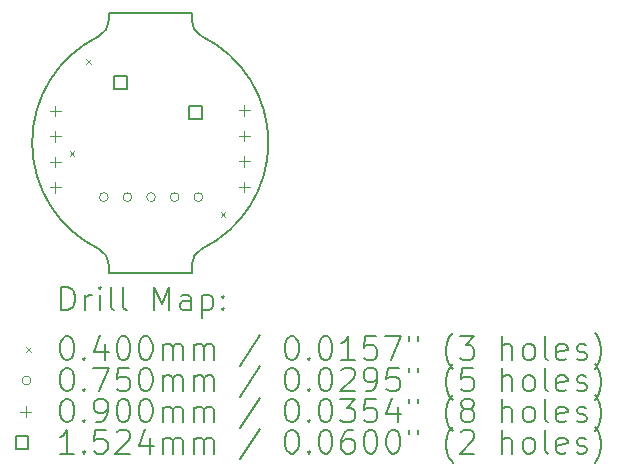
<source format=gbr>
%TF.GenerationSoftware,KiCad,Pcbnew,(6.0.9)*%
%TF.CreationDate,2023-06-19T17:18:24-04:00*%
%TF.ProjectId,ckc-mx,636b632d-6d78-42e6-9b69-6361645f7063,rev?*%
%TF.SameCoordinates,Original*%
%TF.FileFunction,Drillmap*%
%TF.FilePolarity,Positive*%
%FSLAX45Y45*%
G04 Gerber Fmt 4.5, Leading zero omitted, Abs format (unit mm)*
G04 Created by KiCad (PCBNEW (6.0.9)) date 2023-06-19 17:18:24*
%MOMM*%
%LPD*%
G01*
G04 APERTURE LIST*
%ADD10C,0.200000*%
%ADD11C,0.040000*%
%ADD12C,0.075000*%
%ADD13C,0.090000*%
%ADD14C,0.152400*%
G04 APERTURE END LIST*
D10*
X14405896Y-5688775D02*
G75*
G03*
X14405896Y-7487475I437229J-899350D01*
G01*
X15193125Y-5549376D02*
X15193125Y-5488125D01*
X14493125Y-5488125D02*
X14493125Y-5549376D01*
X15193132Y-5549376D02*
G75*
G03*
X15280354Y-5688775I154998J-4D01*
G01*
X15193125Y-7688125D02*
X15193125Y-7626874D01*
X14493125Y-7626874D02*
X14493125Y-7688125D01*
X14493125Y-7688125D02*
X15193125Y-7688125D01*
X14405896Y-5688776D02*
G75*
G03*
X14493125Y-5549376I-67766J139396D01*
G01*
X15280355Y-7487477D02*
G75*
G03*
X15193125Y-7626874I67775J-139403D01*
G01*
X14493124Y-7626874D02*
G75*
G03*
X14405896Y-7487475I-154994J4D01*
G01*
X15193125Y-5488125D02*
X14493125Y-5488125D01*
X15280354Y-7487475D02*
G75*
G03*
X15280354Y-5688775I-437229J899350D01*
G01*
D11*
X14160633Y-6659350D02*
X14200633Y-6699350D01*
X14200633Y-6659350D02*
X14160633Y-6699350D01*
X14300000Y-5880000D02*
X14340000Y-5920000D01*
X14340000Y-5880000D02*
X14300000Y-5920000D01*
X15440000Y-7180000D02*
X15480000Y-7220000D01*
X15480000Y-7180000D02*
X15440000Y-7220000D01*
D12*
X14487500Y-7050000D02*
G75*
G03*
X14487500Y-7050000I-37500J0D01*
G01*
X14687500Y-7050000D02*
G75*
G03*
X14687500Y-7050000I-37500J0D01*
G01*
X14887500Y-7050000D02*
G75*
G03*
X14887500Y-7050000I-37500J0D01*
G01*
X15087500Y-7050000D02*
G75*
G03*
X15087500Y-7050000I-37500J0D01*
G01*
X15287500Y-7050000D02*
G75*
G03*
X15287500Y-7050000I-37500J0D01*
G01*
D13*
X14040000Y-6275000D02*
X14040000Y-6365000D01*
X13995000Y-6320000D02*
X14085000Y-6320000D01*
X14040000Y-6490900D02*
X14040000Y-6580900D01*
X13995000Y-6535900D02*
X14085000Y-6535900D01*
X14040000Y-6706800D02*
X14040000Y-6796800D01*
X13995000Y-6751800D02*
X14085000Y-6751800D01*
X14040000Y-6922700D02*
X14040000Y-7012700D01*
X13995000Y-6967700D02*
X14085000Y-6967700D01*
X15640000Y-6271000D02*
X15640000Y-6361000D01*
X15595000Y-6316000D02*
X15685000Y-6316000D01*
X15640000Y-6486900D02*
X15640000Y-6576900D01*
X15595000Y-6531900D02*
X15685000Y-6531900D01*
X15640000Y-6702800D02*
X15640000Y-6792800D01*
X15595000Y-6747800D02*
X15685000Y-6747800D01*
X15640000Y-6918700D02*
X15640000Y-7008700D01*
X15595000Y-6963700D02*
X15685000Y-6963700D01*
D14*
X14643007Y-6134007D02*
X14643007Y-6026243D01*
X14535243Y-6026243D01*
X14535243Y-6134007D01*
X14643007Y-6134007D01*
X15278007Y-6388007D02*
X15278007Y-6280243D01*
X15170243Y-6280243D01*
X15170243Y-6388007D01*
X15278007Y-6388007D01*
D10*
X14090744Y-8008601D02*
X14090744Y-7808601D01*
X14138363Y-7808601D01*
X14166934Y-7818125D01*
X14185982Y-7837173D01*
X14195506Y-7856220D01*
X14205030Y-7894315D01*
X14205030Y-7922887D01*
X14195506Y-7960982D01*
X14185982Y-7980030D01*
X14166934Y-7999077D01*
X14138363Y-8008601D01*
X14090744Y-8008601D01*
X14290744Y-8008601D02*
X14290744Y-7875268D01*
X14290744Y-7913363D02*
X14300268Y-7894315D01*
X14309792Y-7884792D01*
X14328839Y-7875268D01*
X14347887Y-7875268D01*
X14414553Y-8008601D02*
X14414553Y-7875268D01*
X14414553Y-7808601D02*
X14405030Y-7818125D01*
X14414553Y-7827649D01*
X14424077Y-7818125D01*
X14414553Y-7808601D01*
X14414553Y-7827649D01*
X14538363Y-8008601D02*
X14519315Y-7999077D01*
X14509792Y-7980030D01*
X14509792Y-7808601D01*
X14643125Y-8008601D02*
X14624077Y-7999077D01*
X14614553Y-7980030D01*
X14614553Y-7808601D01*
X14871696Y-8008601D02*
X14871696Y-7808601D01*
X14938363Y-7951458D01*
X15005030Y-7808601D01*
X15005030Y-8008601D01*
X15185982Y-8008601D02*
X15185982Y-7903839D01*
X15176458Y-7884792D01*
X15157411Y-7875268D01*
X15119315Y-7875268D01*
X15100268Y-7884792D01*
X15185982Y-7999077D02*
X15166934Y-8008601D01*
X15119315Y-8008601D01*
X15100268Y-7999077D01*
X15090744Y-7980030D01*
X15090744Y-7960982D01*
X15100268Y-7941934D01*
X15119315Y-7932411D01*
X15166934Y-7932411D01*
X15185982Y-7922887D01*
X15281220Y-7875268D02*
X15281220Y-8075268D01*
X15281220Y-7884792D02*
X15300268Y-7875268D01*
X15338363Y-7875268D01*
X15357411Y-7884792D01*
X15366934Y-7894315D01*
X15376458Y-7913363D01*
X15376458Y-7970506D01*
X15366934Y-7989553D01*
X15357411Y-7999077D01*
X15338363Y-8008601D01*
X15300268Y-8008601D01*
X15281220Y-7999077D01*
X15462173Y-7989553D02*
X15471696Y-7999077D01*
X15462173Y-8008601D01*
X15452649Y-7999077D01*
X15462173Y-7989553D01*
X15462173Y-8008601D01*
X15462173Y-7884792D02*
X15471696Y-7894315D01*
X15462173Y-7903839D01*
X15452649Y-7894315D01*
X15462173Y-7884792D01*
X15462173Y-7903839D01*
D11*
X13793125Y-8318125D02*
X13833125Y-8358125D01*
X13833125Y-8318125D02*
X13793125Y-8358125D01*
D10*
X14128839Y-8228601D02*
X14147887Y-8228601D01*
X14166934Y-8238125D01*
X14176458Y-8247649D01*
X14185982Y-8266696D01*
X14195506Y-8304792D01*
X14195506Y-8352411D01*
X14185982Y-8390506D01*
X14176458Y-8409554D01*
X14166934Y-8419077D01*
X14147887Y-8428601D01*
X14128839Y-8428601D01*
X14109792Y-8419077D01*
X14100268Y-8409554D01*
X14090744Y-8390506D01*
X14081220Y-8352411D01*
X14081220Y-8304792D01*
X14090744Y-8266696D01*
X14100268Y-8247649D01*
X14109792Y-8238125D01*
X14128839Y-8228601D01*
X14281220Y-8409554D02*
X14290744Y-8419077D01*
X14281220Y-8428601D01*
X14271696Y-8419077D01*
X14281220Y-8409554D01*
X14281220Y-8428601D01*
X14462173Y-8295268D02*
X14462173Y-8428601D01*
X14414553Y-8219077D02*
X14366934Y-8361934D01*
X14490744Y-8361934D01*
X14605030Y-8228601D02*
X14624077Y-8228601D01*
X14643125Y-8238125D01*
X14652649Y-8247649D01*
X14662173Y-8266696D01*
X14671696Y-8304792D01*
X14671696Y-8352411D01*
X14662173Y-8390506D01*
X14652649Y-8409554D01*
X14643125Y-8419077D01*
X14624077Y-8428601D01*
X14605030Y-8428601D01*
X14585982Y-8419077D01*
X14576458Y-8409554D01*
X14566934Y-8390506D01*
X14557411Y-8352411D01*
X14557411Y-8304792D01*
X14566934Y-8266696D01*
X14576458Y-8247649D01*
X14585982Y-8238125D01*
X14605030Y-8228601D01*
X14795506Y-8228601D02*
X14814553Y-8228601D01*
X14833601Y-8238125D01*
X14843125Y-8247649D01*
X14852649Y-8266696D01*
X14862173Y-8304792D01*
X14862173Y-8352411D01*
X14852649Y-8390506D01*
X14843125Y-8409554D01*
X14833601Y-8419077D01*
X14814553Y-8428601D01*
X14795506Y-8428601D01*
X14776458Y-8419077D01*
X14766934Y-8409554D01*
X14757411Y-8390506D01*
X14747887Y-8352411D01*
X14747887Y-8304792D01*
X14757411Y-8266696D01*
X14766934Y-8247649D01*
X14776458Y-8238125D01*
X14795506Y-8228601D01*
X14947887Y-8428601D02*
X14947887Y-8295268D01*
X14947887Y-8314315D02*
X14957411Y-8304792D01*
X14976458Y-8295268D01*
X15005030Y-8295268D01*
X15024077Y-8304792D01*
X15033601Y-8323839D01*
X15033601Y-8428601D01*
X15033601Y-8323839D02*
X15043125Y-8304792D01*
X15062173Y-8295268D01*
X15090744Y-8295268D01*
X15109792Y-8304792D01*
X15119315Y-8323839D01*
X15119315Y-8428601D01*
X15214553Y-8428601D02*
X15214553Y-8295268D01*
X15214553Y-8314315D02*
X15224077Y-8304792D01*
X15243125Y-8295268D01*
X15271696Y-8295268D01*
X15290744Y-8304792D01*
X15300268Y-8323839D01*
X15300268Y-8428601D01*
X15300268Y-8323839D02*
X15309792Y-8304792D01*
X15328839Y-8295268D01*
X15357411Y-8295268D01*
X15376458Y-8304792D01*
X15385982Y-8323839D01*
X15385982Y-8428601D01*
X15776458Y-8219077D02*
X15605030Y-8476220D01*
X16033601Y-8228601D02*
X16052649Y-8228601D01*
X16071696Y-8238125D01*
X16081220Y-8247649D01*
X16090744Y-8266696D01*
X16100268Y-8304792D01*
X16100268Y-8352411D01*
X16090744Y-8390506D01*
X16081220Y-8409554D01*
X16071696Y-8419077D01*
X16052649Y-8428601D01*
X16033601Y-8428601D01*
X16014553Y-8419077D01*
X16005030Y-8409554D01*
X15995506Y-8390506D01*
X15985982Y-8352411D01*
X15985982Y-8304792D01*
X15995506Y-8266696D01*
X16005030Y-8247649D01*
X16014553Y-8238125D01*
X16033601Y-8228601D01*
X16185982Y-8409554D02*
X16195506Y-8419077D01*
X16185982Y-8428601D01*
X16176458Y-8419077D01*
X16185982Y-8409554D01*
X16185982Y-8428601D01*
X16319315Y-8228601D02*
X16338363Y-8228601D01*
X16357411Y-8238125D01*
X16366934Y-8247649D01*
X16376458Y-8266696D01*
X16385982Y-8304792D01*
X16385982Y-8352411D01*
X16376458Y-8390506D01*
X16366934Y-8409554D01*
X16357411Y-8419077D01*
X16338363Y-8428601D01*
X16319315Y-8428601D01*
X16300268Y-8419077D01*
X16290744Y-8409554D01*
X16281220Y-8390506D01*
X16271696Y-8352411D01*
X16271696Y-8304792D01*
X16281220Y-8266696D01*
X16290744Y-8247649D01*
X16300268Y-8238125D01*
X16319315Y-8228601D01*
X16576458Y-8428601D02*
X16462173Y-8428601D01*
X16519315Y-8428601D02*
X16519315Y-8228601D01*
X16500268Y-8257173D01*
X16481220Y-8276220D01*
X16462173Y-8285744D01*
X16757411Y-8228601D02*
X16662173Y-8228601D01*
X16652649Y-8323839D01*
X16662173Y-8314315D01*
X16681220Y-8304792D01*
X16728839Y-8304792D01*
X16747887Y-8314315D01*
X16757411Y-8323839D01*
X16766934Y-8342887D01*
X16766934Y-8390506D01*
X16757411Y-8409554D01*
X16747887Y-8419077D01*
X16728839Y-8428601D01*
X16681220Y-8428601D01*
X16662173Y-8419077D01*
X16652649Y-8409554D01*
X16833601Y-8228601D02*
X16966935Y-8228601D01*
X16881220Y-8428601D01*
X17033601Y-8228601D02*
X17033601Y-8266696D01*
X17109792Y-8228601D02*
X17109792Y-8266696D01*
X17405030Y-8504792D02*
X17395506Y-8495268D01*
X17376458Y-8466696D01*
X17366935Y-8447649D01*
X17357411Y-8419077D01*
X17347887Y-8371458D01*
X17347887Y-8333363D01*
X17357411Y-8285744D01*
X17366935Y-8257173D01*
X17376458Y-8238125D01*
X17395506Y-8209553D01*
X17405030Y-8200030D01*
X17462173Y-8228601D02*
X17585982Y-8228601D01*
X17519315Y-8304792D01*
X17547887Y-8304792D01*
X17566935Y-8314315D01*
X17576458Y-8323839D01*
X17585982Y-8342887D01*
X17585982Y-8390506D01*
X17576458Y-8409554D01*
X17566935Y-8419077D01*
X17547887Y-8428601D01*
X17490744Y-8428601D01*
X17471696Y-8419077D01*
X17462173Y-8409554D01*
X17824077Y-8428601D02*
X17824077Y-8228601D01*
X17909792Y-8428601D02*
X17909792Y-8323839D01*
X17900268Y-8304792D01*
X17881220Y-8295268D01*
X17852649Y-8295268D01*
X17833601Y-8304792D01*
X17824077Y-8314315D01*
X18033601Y-8428601D02*
X18014554Y-8419077D01*
X18005030Y-8409554D01*
X17995506Y-8390506D01*
X17995506Y-8333363D01*
X18005030Y-8314315D01*
X18014554Y-8304792D01*
X18033601Y-8295268D01*
X18062173Y-8295268D01*
X18081220Y-8304792D01*
X18090744Y-8314315D01*
X18100268Y-8333363D01*
X18100268Y-8390506D01*
X18090744Y-8409554D01*
X18081220Y-8419077D01*
X18062173Y-8428601D01*
X18033601Y-8428601D01*
X18214554Y-8428601D02*
X18195506Y-8419077D01*
X18185982Y-8400030D01*
X18185982Y-8228601D01*
X18366935Y-8419077D02*
X18347887Y-8428601D01*
X18309792Y-8428601D01*
X18290744Y-8419077D01*
X18281220Y-8400030D01*
X18281220Y-8323839D01*
X18290744Y-8304792D01*
X18309792Y-8295268D01*
X18347887Y-8295268D01*
X18366935Y-8304792D01*
X18376458Y-8323839D01*
X18376458Y-8342887D01*
X18281220Y-8361934D01*
X18452649Y-8419077D02*
X18471696Y-8428601D01*
X18509792Y-8428601D01*
X18528839Y-8419077D01*
X18538363Y-8400030D01*
X18538363Y-8390506D01*
X18528839Y-8371458D01*
X18509792Y-8361934D01*
X18481220Y-8361934D01*
X18462173Y-8352411D01*
X18452649Y-8333363D01*
X18452649Y-8323839D01*
X18462173Y-8304792D01*
X18481220Y-8295268D01*
X18509792Y-8295268D01*
X18528839Y-8304792D01*
X18605030Y-8504792D02*
X18614554Y-8495268D01*
X18633601Y-8466696D01*
X18643125Y-8447649D01*
X18652649Y-8419077D01*
X18662173Y-8371458D01*
X18662173Y-8333363D01*
X18652649Y-8285744D01*
X18643125Y-8257173D01*
X18633601Y-8238125D01*
X18614554Y-8209553D01*
X18605030Y-8200030D01*
D12*
X13833125Y-8602125D02*
G75*
G03*
X13833125Y-8602125I-37500J0D01*
G01*
D10*
X14128839Y-8492601D02*
X14147887Y-8492601D01*
X14166934Y-8502125D01*
X14176458Y-8511649D01*
X14185982Y-8530696D01*
X14195506Y-8568792D01*
X14195506Y-8616411D01*
X14185982Y-8654506D01*
X14176458Y-8673554D01*
X14166934Y-8683077D01*
X14147887Y-8692601D01*
X14128839Y-8692601D01*
X14109792Y-8683077D01*
X14100268Y-8673554D01*
X14090744Y-8654506D01*
X14081220Y-8616411D01*
X14081220Y-8568792D01*
X14090744Y-8530696D01*
X14100268Y-8511649D01*
X14109792Y-8502125D01*
X14128839Y-8492601D01*
X14281220Y-8673554D02*
X14290744Y-8683077D01*
X14281220Y-8692601D01*
X14271696Y-8683077D01*
X14281220Y-8673554D01*
X14281220Y-8692601D01*
X14357411Y-8492601D02*
X14490744Y-8492601D01*
X14405030Y-8692601D01*
X14662173Y-8492601D02*
X14566934Y-8492601D01*
X14557411Y-8587839D01*
X14566934Y-8578315D01*
X14585982Y-8568792D01*
X14633601Y-8568792D01*
X14652649Y-8578315D01*
X14662173Y-8587839D01*
X14671696Y-8606887D01*
X14671696Y-8654506D01*
X14662173Y-8673554D01*
X14652649Y-8683077D01*
X14633601Y-8692601D01*
X14585982Y-8692601D01*
X14566934Y-8683077D01*
X14557411Y-8673554D01*
X14795506Y-8492601D02*
X14814553Y-8492601D01*
X14833601Y-8502125D01*
X14843125Y-8511649D01*
X14852649Y-8530696D01*
X14862173Y-8568792D01*
X14862173Y-8616411D01*
X14852649Y-8654506D01*
X14843125Y-8673554D01*
X14833601Y-8683077D01*
X14814553Y-8692601D01*
X14795506Y-8692601D01*
X14776458Y-8683077D01*
X14766934Y-8673554D01*
X14757411Y-8654506D01*
X14747887Y-8616411D01*
X14747887Y-8568792D01*
X14757411Y-8530696D01*
X14766934Y-8511649D01*
X14776458Y-8502125D01*
X14795506Y-8492601D01*
X14947887Y-8692601D02*
X14947887Y-8559268D01*
X14947887Y-8578315D02*
X14957411Y-8568792D01*
X14976458Y-8559268D01*
X15005030Y-8559268D01*
X15024077Y-8568792D01*
X15033601Y-8587839D01*
X15033601Y-8692601D01*
X15033601Y-8587839D02*
X15043125Y-8568792D01*
X15062173Y-8559268D01*
X15090744Y-8559268D01*
X15109792Y-8568792D01*
X15119315Y-8587839D01*
X15119315Y-8692601D01*
X15214553Y-8692601D02*
X15214553Y-8559268D01*
X15214553Y-8578315D02*
X15224077Y-8568792D01*
X15243125Y-8559268D01*
X15271696Y-8559268D01*
X15290744Y-8568792D01*
X15300268Y-8587839D01*
X15300268Y-8692601D01*
X15300268Y-8587839D02*
X15309792Y-8568792D01*
X15328839Y-8559268D01*
X15357411Y-8559268D01*
X15376458Y-8568792D01*
X15385982Y-8587839D01*
X15385982Y-8692601D01*
X15776458Y-8483077D02*
X15605030Y-8740220D01*
X16033601Y-8492601D02*
X16052649Y-8492601D01*
X16071696Y-8502125D01*
X16081220Y-8511649D01*
X16090744Y-8530696D01*
X16100268Y-8568792D01*
X16100268Y-8616411D01*
X16090744Y-8654506D01*
X16081220Y-8673554D01*
X16071696Y-8683077D01*
X16052649Y-8692601D01*
X16033601Y-8692601D01*
X16014553Y-8683077D01*
X16005030Y-8673554D01*
X15995506Y-8654506D01*
X15985982Y-8616411D01*
X15985982Y-8568792D01*
X15995506Y-8530696D01*
X16005030Y-8511649D01*
X16014553Y-8502125D01*
X16033601Y-8492601D01*
X16185982Y-8673554D02*
X16195506Y-8683077D01*
X16185982Y-8692601D01*
X16176458Y-8683077D01*
X16185982Y-8673554D01*
X16185982Y-8692601D01*
X16319315Y-8492601D02*
X16338363Y-8492601D01*
X16357411Y-8502125D01*
X16366934Y-8511649D01*
X16376458Y-8530696D01*
X16385982Y-8568792D01*
X16385982Y-8616411D01*
X16376458Y-8654506D01*
X16366934Y-8673554D01*
X16357411Y-8683077D01*
X16338363Y-8692601D01*
X16319315Y-8692601D01*
X16300268Y-8683077D01*
X16290744Y-8673554D01*
X16281220Y-8654506D01*
X16271696Y-8616411D01*
X16271696Y-8568792D01*
X16281220Y-8530696D01*
X16290744Y-8511649D01*
X16300268Y-8502125D01*
X16319315Y-8492601D01*
X16462173Y-8511649D02*
X16471696Y-8502125D01*
X16490744Y-8492601D01*
X16538363Y-8492601D01*
X16557411Y-8502125D01*
X16566934Y-8511649D01*
X16576458Y-8530696D01*
X16576458Y-8549744D01*
X16566934Y-8578315D01*
X16452649Y-8692601D01*
X16576458Y-8692601D01*
X16671696Y-8692601D02*
X16709792Y-8692601D01*
X16728839Y-8683077D01*
X16738363Y-8673554D01*
X16757411Y-8644982D01*
X16766934Y-8606887D01*
X16766934Y-8530696D01*
X16757411Y-8511649D01*
X16747887Y-8502125D01*
X16728839Y-8492601D01*
X16690744Y-8492601D01*
X16671696Y-8502125D01*
X16662173Y-8511649D01*
X16652649Y-8530696D01*
X16652649Y-8578315D01*
X16662173Y-8597363D01*
X16671696Y-8606887D01*
X16690744Y-8616411D01*
X16728839Y-8616411D01*
X16747887Y-8606887D01*
X16757411Y-8597363D01*
X16766934Y-8578315D01*
X16947887Y-8492601D02*
X16852649Y-8492601D01*
X16843125Y-8587839D01*
X16852649Y-8578315D01*
X16871696Y-8568792D01*
X16919315Y-8568792D01*
X16938363Y-8578315D01*
X16947887Y-8587839D01*
X16957411Y-8606887D01*
X16957411Y-8654506D01*
X16947887Y-8673554D01*
X16938363Y-8683077D01*
X16919315Y-8692601D01*
X16871696Y-8692601D01*
X16852649Y-8683077D01*
X16843125Y-8673554D01*
X17033601Y-8492601D02*
X17033601Y-8530696D01*
X17109792Y-8492601D02*
X17109792Y-8530696D01*
X17405030Y-8768792D02*
X17395506Y-8759268D01*
X17376458Y-8730696D01*
X17366935Y-8711649D01*
X17357411Y-8683077D01*
X17347887Y-8635458D01*
X17347887Y-8597363D01*
X17357411Y-8549744D01*
X17366935Y-8521173D01*
X17376458Y-8502125D01*
X17395506Y-8473554D01*
X17405030Y-8464030D01*
X17576458Y-8492601D02*
X17481220Y-8492601D01*
X17471696Y-8587839D01*
X17481220Y-8578315D01*
X17500268Y-8568792D01*
X17547887Y-8568792D01*
X17566935Y-8578315D01*
X17576458Y-8587839D01*
X17585982Y-8606887D01*
X17585982Y-8654506D01*
X17576458Y-8673554D01*
X17566935Y-8683077D01*
X17547887Y-8692601D01*
X17500268Y-8692601D01*
X17481220Y-8683077D01*
X17471696Y-8673554D01*
X17824077Y-8692601D02*
X17824077Y-8492601D01*
X17909792Y-8692601D02*
X17909792Y-8587839D01*
X17900268Y-8568792D01*
X17881220Y-8559268D01*
X17852649Y-8559268D01*
X17833601Y-8568792D01*
X17824077Y-8578315D01*
X18033601Y-8692601D02*
X18014554Y-8683077D01*
X18005030Y-8673554D01*
X17995506Y-8654506D01*
X17995506Y-8597363D01*
X18005030Y-8578315D01*
X18014554Y-8568792D01*
X18033601Y-8559268D01*
X18062173Y-8559268D01*
X18081220Y-8568792D01*
X18090744Y-8578315D01*
X18100268Y-8597363D01*
X18100268Y-8654506D01*
X18090744Y-8673554D01*
X18081220Y-8683077D01*
X18062173Y-8692601D01*
X18033601Y-8692601D01*
X18214554Y-8692601D02*
X18195506Y-8683077D01*
X18185982Y-8664030D01*
X18185982Y-8492601D01*
X18366935Y-8683077D02*
X18347887Y-8692601D01*
X18309792Y-8692601D01*
X18290744Y-8683077D01*
X18281220Y-8664030D01*
X18281220Y-8587839D01*
X18290744Y-8568792D01*
X18309792Y-8559268D01*
X18347887Y-8559268D01*
X18366935Y-8568792D01*
X18376458Y-8587839D01*
X18376458Y-8606887D01*
X18281220Y-8625935D01*
X18452649Y-8683077D02*
X18471696Y-8692601D01*
X18509792Y-8692601D01*
X18528839Y-8683077D01*
X18538363Y-8664030D01*
X18538363Y-8654506D01*
X18528839Y-8635458D01*
X18509792Y-8625935D01*
X18481220Y-8625935D01*
X18462173Y-8616411D01*
X18452649Y-8597363D01*
X18452649Y-8587839D01*
X18462173Y-8568792D01*
X18481220Y-8559268D01*
X18509792Y-8559268D01*
X18528839Y-8568792D01*
X18605030Y-8768792D02*
X18614554Y-8759268D01*
X18633601Y-8730696D01*
X18643125Y-8711649D01*
X18652649Y-8683077D01*
X18662173Y-8635458D01*
X18662173Y-8597363D01*
X18652649Y-8549744D01*
X18643125Y-8521173D01*
X18633601Y-8502125D01*
X18614554Y-8473554D01*
X18605030Y-8464030D01*
D13*
X13788125Y-8821125D02*
X13788125Y-8911125D01*
X13743125Y-8866125D02*
X13833125Y-8866125D01*
D10*
X14128839Y-8756601D02*
X14147887Y-8756601D01*
X14166934Y-8766125D01*
X14176458Y-8775649D01*
X14185982Y-8794696D01*
X14195506Y-8832792D01*
X14195506Y-8880411D01*
X14185982Y-8918506D01*
X14176458Y-8937554D01*
X14166934Y-8947077D01*
X14147887Y-8956601D01*
X14128839Y-8956601D01*
X14109792Y-8947077D01*
X14100268Y-8937554D01*
X14090744Y-8918506D01*
X14081220Y-8880411D01*
X14081220Y-8832792D01*
X14090744Y-8794696D01*
X14100268Y-8775649D01*
X14109792Y-8766125D01*
X14128839Y-8756601D01*
X14281220Y-8937554D02*
X14290744Y-8947077D01*
X14281220Y-8956601D01*
X14271696Y-8947077D01*
X14281220Y-8937554D01*
X14281220Y-8956601D01*
X14385982Y-8956601D02*
X14424077Y-8956601D01*
X14443125Y-8947077D01*
X14452649Y-8937554D01*
X14471696Y-8908982D01*
X14481220Y-8870887D01*
X14481220Y-8794696D01*
X14471696Y-8775649D01*
X14462173Y-8766125D01*
X14443125Y-8756601D01*
X14405030Y-8756601D01*
X14385982Y-8766125D01*
X14376458Y-8775649D01*
X14366934Y-8794696D01*
X14366934Y-8842315D01*
X14376458Y-8861363D01*
X14385982Y-8870887D01*
X14405030Y-8880411D01*
X14443125Y-8880411D01*
X14462173Y-8870887D01*
X14471696Y-8861363D01*
X14481220Y-8842315D01*
X14605030Y-8756601D02*
X14624077Y-8756601D01*
X14643125Y-8766125D01*
X14652649Y-8775649D01*
X14662173Y-8794696D01*
X14671696Y-8832792D01*
X14671696Y-8880411D01*
X14662173Y-8918506D01*
X14652649Y-8937554D01*
X14643125Y-8947077D01*
X14624077Y-8956601D01*
X14605030Y-8956601D01*
X14585982Y-8947077D01*
X14576458Y-8937554D01*
X14566934Y-8918506D01*
X14557411Y-8880411D01*
X14557411Y-8832792D01*
X14566934Y-8794696D01*
X14576458Y-8775649D01*
X14585982Y-8766125D01*
X14605030Y-8756601D01*
X14795506Y-8756601D02*
X14814553Y-8756601D01*
X14833601Y-8766125D01*
X14843125Y-8775649D01*
X14852649Y-8794696D01*
X14862173Y-8832792D01*
X14862173Y-8880411D01*
X14852649Y-8918506D01*
X14843125Y-8937554D01*
X14833601Y-8947077D01*
X14814553Y-8956601D01*
X14795506Y-8956601D01*
X14776458Y-8947077D01*
X14766934Y-8937554D01*
X14757411Y-8918506D01*
X14747887Y-8880411D01*
X14747887Y-8832792D01*
X14757411Y-8794696D01*
X14766934Y-8775649D01*
X14776458Y-8766125D01*
X14795506Y-8756601D01*
X14947887Y-8956601D02*
X14947887Y-8823268D01*
X14947887Y-8842315D02*
X14957411Y-8832792D01*
X14976458Y-8823268D01*
X15005030Y-8823268D01*
X15024077Y-8832792D01*
X15033601Y-8851839D01*
X15033601Y-8956601D01*
X15033601Y-8851839D02*
X15043125Y-8832792D01*
X15062173Y-8823268D01*
X15090744Y-8823268D01*
X15109792Y-8832792D01*
X15119315Y-8851839D01*
X15119315Y-8956601D01*
X15214553Y-8956601D02*
X15214553Y-8823268D01*
X15214553Y-8842315D02*
X15224077Y-8832792D01*
X15243125Y-8823268D01*
X15271696Y-8823268D01*
X15290744Y-8832792D01*
X15300268Y-8851839D01*
X15300268Y-8956601D01*
X15300268Y-8851839D02*
X15309792Y-8832792D01*
X15328839Y-8823268D01*
X15357411Y-8823268D01*
X15376458Y-8832792D01*
X15385982Y-8851839D01*
X15385982Y-8956601D01*
X15776458Y-8747077D02*
X15605030Y-9004220D01*
X16033601Y-8756601D02*
X16052649Y-8756601D01*
X16071696Y-8766125D01*
X16081220Y-8775649D01*
X16090744Y-8794696D01*
X16100268Y-8832792D01*
X16100268Y-8880411D01*
X16090744Y-8918506D01*
X16081220Y-8937554D01*
X16071696Y-8947077D01*
X16052649Y-8956601D01*
X16033601Y-8956601D01*
X16014553Y-8947077D01*
X16005030Y-8937554D01*
X15995506Y-8918506D01*
X15985982Y-8880411D01*
X15985982Y-8832792D01*
X15995506Y-8794696D01*
X16005030Y-8775649D01*
X16014553Y-8766125D01*
X16033601Y-8756601D01*
X16185982Y-8937554D02*
X16195506Y-8947077D01*
X16185982Y-8956601D01*
X16176458Y-8947077D01*
X16185982Y-8937554D01*
X16185982Y-8956601D01*
X16319315Y-8756601D02*
X16338363Y-8756601D01*
X16357411Y-8766125D01*
X16366934Y-8775649D01*
X16376458Y-8794696D01*
X16385982Y-8832792D01*
X16385982Y-8880411D01*
X16376458Y-8918506D01*
X16366934Y-8937554D01*
X16357411Y-8947077D01*
X16338363Y-8956601D01*
X16319315Y-8956601D01*
X16300268Y-8947077D01*
X16290744Y-8937554D01*
X16281220Y-8918506D01*
X16271696Y-8880411D01*
X16271696Y-8832792D01*
X16281220Y-8794696D01*
X16290744Y-8775649D01*
X16300268Y-8766125D01*
X16319315Y-8756601D01*
X16452649Y-8756601D02*
X16576458Y-8756601D01*
X16509792Y-8832792D01*
X16538363Y-8832792D01*
X16557411Y-8842315D01*
X16566934Y-8851839D01*
X16576458Y-8870887D01*
X16576458Y-8918506D01*
X16566934Y-8937554D01*
X16557411Y-8947077D01*
X16538363Y-8956601D01*
X16481220Y-8956601D01*
X16462173Y-8947077D01*
X16452649Y-8937554D01*
X16757411Y-8756601D02*
X16662173Y-8756601D01*
X16652649Y-8851839D01*
X16662173Y-8842315D01*
X16681220Y-8832792D01*
X16728839Y-8832792D01*
X16747887Y-8842315D01*
X16757411Y-8851839D01*
X16766934Y-8870887D01*
X16766934Y-8918506D01*
X16757411Y-8937554D01*
X16747887Y-8947077D01*
X16728839Y-8956601D01*
X16681220Y-8956601D01*
X16662173Y-8947077D01*
X16652649Y-8937554D01*
X16938363Y-8823268D02*
X16938363Y-8956601D01*
X16890744Y-8747077D02*
X16843125Y-8889935D01*
X16966935Y-8889935D01*
X17033601Y-8756601D02*
X17033601Y-8794696D01*
X17109792Y-8756601D02*
X17109792Y-8794696D01*
X17405030Y-9032792D02*
X17395506Y-9023268D01*
X17376458Y-8994696D01*
X17366935Y-8975649D01*
X17357411Y-8947077D01*
X17347887Y-8899458D01*
X17347887Y-8861363D01*
X17357411Y-8813744D01*
X17366935Y-8785173D01*
X17376458Y-8766125D01*
X17395506Y-8737554D01*
X17405030Y-8728030D01*
X17509792Y-8842315D02*
X17490744Y-8832792D01*
X17481220Y-8823268D01*
X17471696Y-8804220D01*
X17471696Y-8794696D01*
X17481220Y-8775649D01*
X17490744Y-8766125D01*
X17509792Y-8756601D01*
X17547887Y-8756601D01*
X17566935Y-8766125D01*
X17576458Y-8775649D01*
X17585982Y-8794696D01*
X17585982Y-8804220D01*
X17576458Y-8823268D01*
X17566935Y-8832792D01*
X17547887Y-8842315D01*
X17509792Y-8842315D01*
X17490744Y-8851839D01*
X17481220Y-8861363D01*
X17471696Y-8880411D01*
X17471696Y-8918506D01*
X17481220Y-8937554D01*
X17490744Y-8947077D01*
X17509792Y-8956601D01*
X17547887Y-8956601D01*
X17566935Y-8947077D01*
X17576458Y-8937554D01*
X17585982Y-8918506D01*
X17585982Y-8880411D01*
X17576458Y-8861363D01*
X17566935Y-8851839D01*
X17547887Y-8842315D01*
X17824077Y-8956601D02*
X17824077Y-8756601D01*
X17909792Y-8956601D02*
X17909792Y-8851839D01*
X17900268Y-8832792D01*
X17881220Y-8823268D01*
X17852649Y-8823268D01*
X17833601Y-8832792D01*
X17824077Y-8842315D01*
X18033601Y-8956601D02*
X18014554Y-8947077D01*
X18005030Y-8937554D01*
X17995506Y-8918506D01*
X17995506Y-8861363D01*
X18005030Y-8842315D01*
X18014554Y-8832792D01*
X18033601Y-8823268D01*
X18062173Y-8823268D01*
X18081220Y-8832792D01*
X18090744Y-8842315D01*
X18100268Y-8861363D01*
X18100268Y-8918506D01*
X18090744Y-8937554D01*
X18081220Y-8947077D01*
X18062173Y-8956601D01*
X18033601Y-8956601D01*
X18214554Y-8956601D02*
X18195506Y-8947077D01*
X18185982Y-8928030D01*
X18185982Y-8756601D01*
X18366935Y-8947077D02*
X18347887Y-8956601D01*
X18309792Y-8956601D01*
X18290744Y-8947077D01*
X18281220Y-8928030D01*
X18281220Y-8851839D01*
X18290744Y-8832792D01*
X18309792Y-8823268D01*
X18347887Y-8823268D01*
X18366935Y-8832792D01*
X18376458Y-8851839D01*
X18376458Y-8870887D01*
X18281220Y-8889935D01*
X18452649Y-8947077D02*
X18471696Y-8956601D01*
X18509792Y-8956601D01*
X18528839Y-8947077D01*
X18538363Y-8928030D01*
X18538363Y-8918506D01*
X18528839Y-8899458D01*
X18509792Y-8889935D01*
X18481220Y-8889935D01*
X18462173Y-8880411D01*
X18452649Y-8861363D01*
X18452649Y-8851839D01*
X18462173Y-8832792D01*
X18481220Y-8823268D01*
X18509792Y-8823268D01*
X18528839Y-8832792D01*
X18605030Y-9032792D02*
X18614554Y-9023268D01*
X18633601Y-8994696D01*
X18643125Y-8975649D01*
X18652649Y-8947077D01*
X18662173Y-8899458D01*
X18662173Y-8861363D01*
X18652649Y-8813744D01*
X18643125Y-8785173D01*
X18633601Y-8766125D01*
X18614554Y-8737554D01*
X18605030Y-8728030D01*
D14*
X13810807Y-9184007D02*
X13810807Y-9076243D01*
X13703043Y-9076243D01*
X13703043Y-9184007D01*
X13810807Y-9184007D01*
D10*
X14195506Y-9220601D02*
X14081220Y-9220601D01*
X14138363Y-9220601D02*
X14138363Y-9020601D01*
X14119315Y-9049173D01*
X14100268Y-9068220D01*
X14081220Y-9077744D01*
X14281220Y-9201554D02*
X14290744Y-9211077D01*
X14281220Y-9220601D01*
X14271696Y-9211077D01*
X14281220Y-9201554D01*
X14281220Y-9220601D01*
X14471696Y-9020601D02*
X14376458Y-9020601D01*
X14366934Y-9115839D01*
X14376458Y-9106315D01*
X14395506Y-9096792D01*
X14443125Y-9096792D01*
X14462173Y-9106315D01*
X14471696Y-9115839D01*
X14481220Y-9134887D01*
X14481220Y-9182506D01*
X14471696Y-9201554D01*
X14462173Y-9211077D01*
X14443125Y-9220601D01*
X14395506Y-9220601D01*
X14376458Y-9211077D01*
X14366934Y-9201554D01*
X14557411Y-9039649D02*
X14566934Y-9030125D01*
X14585982Y-9020601D01*
X14633601Y-9020601D01*
X14652649Y-9030125D01*
X14662173Y-9039649D01*
X14671696Y-9058696D01*
X14671696Y-9077744D01*
X14662173Y-9106315D01*
X14547887Y-9220601D01*
X14671696Y-9220601D01*
X14843125Y-9087268D02*
X14843125Y-9220601D01*
X14795506Y-9011077D02*
X14747887Y-9153935D01*
X14871696Y-9153935D01*
X14947887Y-9220601D02*
X14947887Y-9087268D01*
X14947887Y-9106315D02*
X14957411Y-9096792D01*
X14976458Y-9087268D01*
X15005030Y-9087268D01*
X15024077Y-9096792D01*
X15033601Y-9115839D01*
X15033601Y-9220601D01*
X15033601Y-9115839D02*
X15043125Y-9096792D01*
X15062173Y-9087268D01*
X15090744Y-9087268D01*
X15109792Y-9096792D01*
X15119315Y-9115839D01*
X15119315Y-9220601D01*
X15214553Y-9220601D02*
X15214553Y-9087268D01*
X15214553Y-9106315D02*
X15224077Y-9096792D01*
X15243125Y-9087268D01*
X15271696Y-9087268D01*
X15290744Y-9096792D01*
X15300268Y-9115839D01*
X15300268Y-9220601D01*
X15300268Y-9115839D02*
X15309792Y-9096792D01*
X15328839Y-9087268D01*
X15357411Y-9087268D01*
X15376458Y-9096792D01*
X15385982Y-9115839D01*
X15385982Y-9220601D01*
X15776458Y-9011077D02*
X15605030Y-9268220D01*
X16033601Y-9020601D02*
X16052649Y-9020601D01*
X16071696Y-9030125D01*
X16081220Y-9039649D01*
X16090744Y-9058696D01*
X16100268Y-9096792D01*
X16100268Y-9144411D01*
X16090744Y-9182506D01*
X16081220Y-9201554D01*
X16071696Y-9211077D01*
X16052649Y-9220601D01*
X16033601Y-9220601D01*
X16014553Y-9211077D01*
X16005030Y-9201554D01*
X15995506Y-9182506D01*
X15985982Y-9144411D01*
X15985982Y-9096792D01*
X15995506Y-9058696D01*
X16005030Y-9039649D01*
X16014553Y-9030125D01*
X16033601Y-9020601D01*
X16185982Y-9201554D02*
X16195506Y-9211077D01*
X16185982Y-9220601D01*
X16176458Y-9211077D01*
X16185982Y-9201554D01*
X16185982Y-9220601D01*
X16319315Y-9020601D02*
X16338363Y-9020601D01*
X16357411Y-9030125D01*
X16366934Y-9039649D01*
X16376458Y-9058696D01*
X16385982Y-9096792D01*
X16385982Y-9144411D01*
X16376458Y-9182506D01*
X16366934Y-9201554D01*
X16357411Y-9211077D01*
X16338363Y-9220601D01*
X16319315Y-9220601D01*
X16300268Y-9211077D01*
X16290744Y-9201554D01*
X16281220Y-9182506D01*
X16271696Y-9144411D01*
X16271696Y-9096792D01*
X16281220Y-9058696D01*
X16290744Y-9039649D01*
X16300268Y-9030125D01*
X16319315Y-9020601D01*
X16557411Y-9020601D02*
X16519315Y-9020601D01*
X16500268Y-9030125D01*
X16490744Y-9039649D01*
X16471696Y-9068220D01*
X16462173Y-9106315D01*
X16462173Y-9182506D01*
X16471696Y-9201554D01*
X16481220Y-9211077D01*
X16500268Y-9220601D01*
X16538363Y-9220601D01*
X16557411Y-9211077D01*
X16566934Y-9201554D01*
X16576458Y-9182506D01*
X16576458Y-9134887D01*
X16566934Y-9115839D01*
X16557411Y-9106315D01*
X16538363Y-9096792D01*
X16500268Y-9096792D01*
X16481220Y-9106315D01*
X16471696Y-9115839D01*
X16462173Y-9134887D01*
X16700268Y-9020601D02*
X16719315Y-9020601D01*
X16738363Y-9030125D01*
X16747887Y-9039649D01*
X16757411Y-9058696D01*
X16766934Y-9096792D01*
X16766934Y-9144411D01*
X16757411Y-9182506D01*
X16747887Y-9201554D01*
X16738363Y-9211077D01*
X16719315Y-9220601D01*
X16700268Y-9220601D01*
X16681220Y-9211077D01*
X16671696Y-9201554D01*
X16662173Y-9182506D01*
X16652649Y-9144411D01*
X16652649Y-9096792D01*
X16662173Y-9058696D01*
X16671696Y-9039649D01*
X16681220Y-9030125D01*
X16700268Y-9020601D01*
X16890744Y-9020601D02*
X16909792Y-9020601D01*
X16928839Y-9030125D01*
X16938363Y-9039649D01*
X16947887Y-9058696D01*
X16957411Y-9096792D01*
X16957411Y-9144411D01*
X16947887Y-9182506D01*
X16938363Y-9201554D01*
X16928839Y-9211077D01*
X16909792Y-9220601D01*
X16890744Y-9220601D01*
X16871696Y-9211077D01*
X16862173Y-9201554D01*
X16852649Y-9182506D01*
X16843125Y-9144411D01*
X16843125Y-9096792D01*
X16852649Y-9058696D01*
X16862173Y-9039649D01*
X16871696Y-9030125D01*
X16890744Y-9020601D01*
X17033601Y-9020601D02*
X17033601Y-9058696D01*
X17109792Y-9020601D02*
X17109792Y-9058696D01*
X17405030Y-9296792D02*
X17395506Y-9287268D01*
X17376458Y-9258696D01*
X17366935Y-9239649D01*
X17357411Y-9211077D01*
X17347887Y-9163458D01*
X17347887Y-9125363D01*
X17357411Y-9077744D01*
X17366935Y-9049173D01*
X17376458Y-9030125D01*
X17395506Y-9001554D01*
X17405030Y-8992030D01*
X17471696Y-9039649D02*
X17481220Y-9030125D01*
X17500268Y-9020601D01*
X17547887Y-9020601D01*
X17566935Y-9030125D01*
X17576458Y-9039649D01*
X17585982Y-9058696D01*
X17585982Y-9077744D01*
X17576458Y-9106315D01*
X17462173Y-9220601D01*
X17585982Y-9220601D01*
X17824077Y-9220601D02*
X17824077Y-9020601D01*
X17909792Y-9220601D02*
X17909792Y-9115839D01*
X17900268Y-9096792D01*
X17881220Y-9087268D01*
X17852649Y-9087268D01*
X17833601Y-9096792D01*
X17824077Y-9106315D01*
X18033601Y-9220601D02*
X18014554Y-9211077D01*
X18005030Y-9201554D01*
X17995506Y-9182506D01*
X17995506Y-9125363D01*
X18005030Y-9106315D01*
X18014554Y-9096792D01*
X18033601Y-9087268D01*
X18062173Y-9087268D01*
X18081220Y-9096792D01*
X18090744Y-9106315D01*
X18100268Y-9125363D01*
X18100268Y-9182506D01*
X18090744Y-9201554D01*
X18081220Y-9211077D01*
X18062173Y-9220601D01*
X18033601Y-9220601D01*
X18214554Y-9220601D02*
X18195506Y-9211077D01*
X18185982Y-9192030D01*
X18185982Y-9020601D01*
X18366935Y-9211077D02*
X18347887Y-9220601D01*
X18309792Y-9220601D01*
X18290744Y-9211077D01*
X18281220Y-9192030D01*
X18281220Y-9115839D01*
X18290744Y-9096792D01*
X18309792Y-9087268D01*
X18347887Y-9087268D01*
X18366935Y-9096792D01*
X18376458Y-9115839D01*
X18376458Y-9134887D01*
X18281220Y-9153935D01*
X18452649Y-9211077D02*
X18471696Y-9220601D01*
X18509792Y-9220601D01*
X18528839Y-9211077D01*
X18538363Y-9192030D01*
X18538363Y-9182506D01*
X18528839Y-9163458D01*
X18509792Y-9153935D01*
X18481220Y-9153935D01*
X18462173Y-9144411D01*
X18452649Y-9125363D01*
X18452649Y-9115839D01*
X18462173Y-9096792D01*
X18481220Y-9087268D01*
X18509792Y-9087268D01*
X18528839Y-9096792D01*
X18605030Y-9296792D02*
X18614554Y-9287268D01*
X18633601Y-9258696D01*
X18643125Y-9239649D01*
X18652649Y-9211077D01*
X18662173Y-9163458D01*
X18662173Y-9125363D01*
X18652649Y-9077744D01*
X18643125Y-9049173D01*
X18633601Y-9030125D01*
X18614554Y-9001554D01*
X18605030Y-8992030D01*
M02*

</source>
